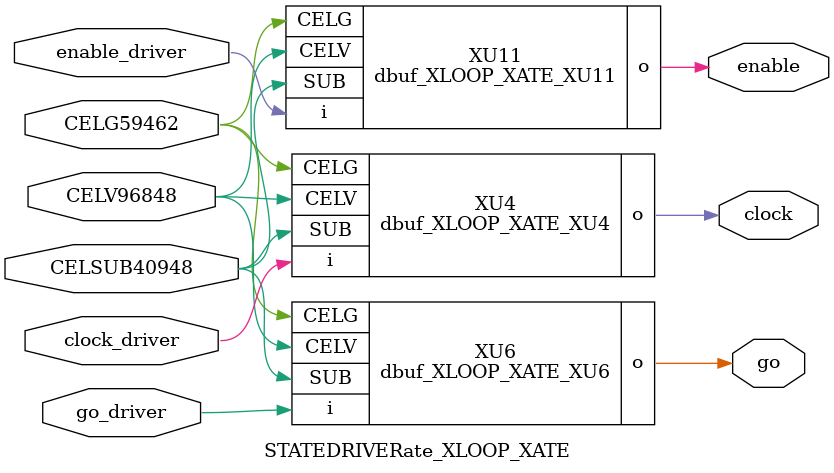
<source format=v>
module dbuf_XLOOP_XATE_XU4 (CELV,CELG,i,o,SUB);
  input  i;
  output  o;
  input  SUB;
  input  CELG;
  input  CELV;
endmodule

module dbuf_XLOOP_XATE_XU6 (CELV,CELG,i,o,SUB);
  input  i;
  output  o;
  input  SUB;
  input  CELG;
  input  CELV;
endmodule

module dbuf_XLOOP_XATE_XU11 (CELV,CELG,i,o,SUB);
  input  i;
  output  o;
  input  SUB;
  input  CELG;
  input  CELV;
endmodule

// ------------------------ Module Verilog ---------------
module STATEDRIVERate_XLOOP_XATE (go, clock, enable, CELG59462, CELV96848, go_driver, CELSUB40948, clock_driver, enable_driver);
output  go;
output  clock;
output  enable;
input  CELG59462;
input  CELV96848;
input  go_driver;
input  CELSUB40948;
input  clock_driver;
input  enable_driver;


// ------------------------ Wires ------------------------

// ------------------------ Networks ---------------------
dbuf_XLOOP_XATE_XU4 XU4 (
.i(clock_driver),
.o(clock),
.SUB(CELSUB40948),
.CELG(CELG59462),
.CELV(CELV96848)
);

dbuf_XLOOP_XATE_XU6 XU6 (
.i(go_driver),
.o(go),
.SUB(CELSUB40948),
.CELG(CELG59462),
.CELV(CELV96848)
);

dbuf_XLOOP_XATE_XU11 XU11 (
.i(enable_driver),
.o(enable),
.SUB(CELSUB40948),
.CELG(CELG59462),
.CELV(CELV96848)
);

endmodule


</source>
